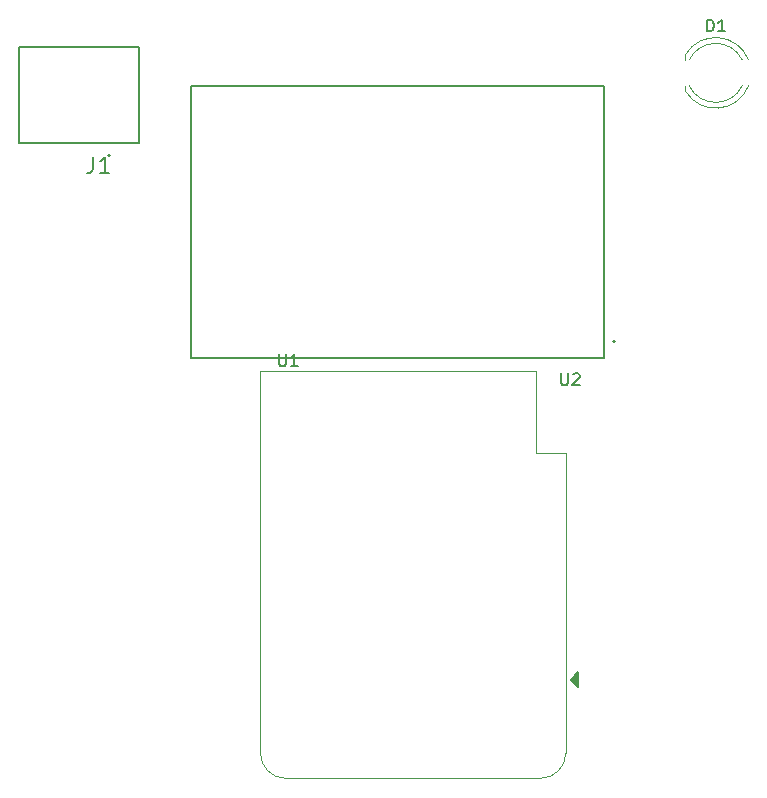
<source format=gbr>
%TF.GenerationSoftware,KiCad,Pcbnew,9.0.2*%
%TF.CreationDate,2025-06-18T12:47:49+02:00*%
%TF.ProjectId,cd30 Luftsensor Projekt ,63643330-204c-4756-9674-73656e736f72,rev?*%
%TF.SameCoordinates,Original*%
%TF.FileFunction,Legend,Top*%
%TF.FilePolarity,Positive*%
%FSLAX46Y46*%
G04 Gerber Fmt 4.6, Leading zero omitted, Abs format (unit mm)*
G04 Created by KiCad (PCBNEW 9.0.2) date 2025-06-18 12:47:49*
%MOMM*%
%LPD*%
G01*
G04 APERTURE LIST*
%ADD10C,0.150000*%
%ADD11C,0.127000*%
%ADD12C,0.200000*%
%ADD13C,0.120000*%
G04 APERTURE END LIST*
D10*
X163055595Y-75364819D02*
X163055595Y-76174342D01*
X163055595Y-76174342D02*
X163103214Y-76269580D01*
X163103214Y-76269580D02*
X163150833Y-76317200D01*
X163150833Y-76317200D02*
X163246071Y-76364819D01*
X163246071Y-76364819D02*
X163436547Y-76364819D01*
X163436547Y-76364819D02*
X163531785Y-76317200D01*
X163531785Y-76317200D02*
X163579404Y-76269580D01*
X163579404Y-76269580D02*
X163627023Y-76174342D01*
X163627023Y-76174342D02*
X163627023Y-75364819D01*
X164055595Y-75460057D02*
X164103214Y-75412438D01*
X164103214Y-75412438D02*
X164198452Y-75364819D01*
X164198452Y-75364819D02*
X164436547Y-75364819D01*
X164436547Y-75364819D02*
X164531785Y-75412438D01*
X164531785Y-75412438D02*
X164579404Y-75460057D01*
X164579404Y-75460057D02*
X164627023Y-75555295D01*
X164627023Y-75555295D02*
X164627023Y-75650533D01*
X164627023Y-75650533D02*
X164579404Y-75793390D01*
X164579404Y-75793390D02*
X164007976Y-76364819D01*
X164007976Y-76364819D02*
X164627023Y-76364819D01*
X139188095Y-73764819D02*
X139188095Y-74574342D01*
X139188095Y-74574342D02*
X139235714Y-74669580D01*
X139235714Y-74669580D02*
X139283333Y-74717200D01*
X139283333Y-74717200D02*
X139378571Y-74764819D01*
X139378571Y-74764819D02*
X139569047Y-74764819D01*
X139569047Y-74764819D02*
X139664285Y-74717200D01*
X139664285Y-74717200D02*
X139711904Y-74669580D01*
X139711904Y-74669580D02*
X139759523Y-74574342D01*
X139759523Y-74574342D02*
X139759523Y-73764819D01*
X140759523Y-74764819D02*
X140188095Y-74764819D01*
X140473809Y-74764819D02*
X140473809Y-73764819D01*
X140473809Y-73764819D02*
X140378571Y-73907676D01*
X140378571Y-73907676D02*
X140283333Y-74002914D01*
X140283333Y-74002914D02*
X140188095Y-74050533D01*
X123403333Y-57028866D02*
X123403333Y-58028866D01*
X123403333Y-58028866D02*
X123336666Y-58228866D01*
X123336666Y-58228866D02*
X123203333Y-58362200D01*
X123203333Y-58362200D02*
X123003333Y-58428866D01*
X123003333Y-58428866D02*
X122870000Y-58428866D01*
X124803333Y-58428866D02*
X124003333Y-58428866D01*
X124403333Y-58428866D02*
X124403333Y-57028866D01*
X124403333Y-57028866D02*
X124270000Y-57228866D01*
X124270000Y-57228866D02*
X124136667Y-57362200D01*
X124136667Y-57362200D02*
X124003333Y-57428866D01*
X175401905Y-46419819D02*
X175401905Y-45419819D01*
X175401905Y-45419819D02*
X175640000Y-45419819D01*
X175640000Y-45419819D02*
X175782857Y-45467438D01*
X175782857Y-45467438D02*
X175878095Y-45562676D01*
X175878095Y-45562676D02*
X175925714Y-45657914D01*
X175925714Y-45657914D02*
X175973333Y-45848390D01*
X175973333Y-45848390D02*
X175973333Y-45991247D01*
X175973333Y-45991247D02*
X175925714Y-46181723D01*
X175925714Y-46181723D02*
X175878095Y-46276961D01*
X175878095Y-46276961D02*
X175782857Y-46372200D01*
X175782857Y-46372200D02*
X175640000Y-46419819D01*
X175640000Y-46419819D02*
X175401905Y-46419819D01*
X176925714Y-46419819D02*
X176354286Y-46419819D01*
X176640000Y-46419819D02*
X176640000Y-45419819D01*
X176640000Y-45419819D02*
X176544762Y-45562676D01*
X176544762Y-45562676D02*
X176449524Y-45657914D01*
X176449524Y-45657914D02*
X176354286Y-45705533D01*
D11*
%TO.C,U2*%
X131712500Y-51075000D02*
X166712500Y-51075000D01*
X131712500Y-74075000D02*
X131712500Y-51075000D01*
X166712500Y-51075000D02*
X166712500Y-74075000D01*
X166712500Y-74075000D02*
X131712500Y-74075000D01*
D12*
X167612500Y-72675000D02*
G75*
G02*
X167412500Y-72675000I-100000J0D01*
G01*
X167412500Y-72675000D02*
G75*
G02*
X167612500Y-72675000I100000J0D01*
G01*
D13*
%TO.C,U1*%
X137590000Y-75190000D02*
X137590000Y-107520000D01*
X139710000Y-109650000D02*
X161320000Y-109650000D01*
X160910000Y-75190000D02*
X137590000Y-75190000D01*
X160910000Y-82090000D02*
X160910000Y-75190000D01*
X163450000Y-82090000D02*
X160910000Y-82090000D01*
X163450000Y-82090000D02*
X163450000Y-107520000D01*
X139720000Y-109650000D02*
G75*
G02*
X137590000Y-107520000I0J2130000D01*
G01*
X163450000Y-107520000D02*
G75*
G02*
X161320000Y-109650000I-2130002J2D01*
G01*
D10*
X164490000Y-101945000D02*
X163855000Y-101310000D01*
X164490000Y-100675000D01*
X164490000Y-101945000D01*
G36*
X164490000Y-101945000D02*
G01*
X163855000Y-101310000D01*
X164490000Y-100675000D01*
X164490000Y-101945000D01*
G37*
D11*
%TO.C,J1*%
X117155000Y-47700000D02*
X127315000Y-47700000D01*
X117155000Y-55900000D02*
X117155000Y-47700000D01*
X127315000Y-47700000D02*
X127315000Y-55900000D01*
X127315000Y-55900000D02*
X117155000Y-55900000D01*
D12*
X124875000Y-56900000D02*
G75*
G02*
X124675000Y-56900000I-100000J0D01*
G01*
X124675000Y-56900000D02*
G75*
G02*
X124875000Y-56900000I100000J0D01*
G01*
D13*
%TO.C,D1*%
X173580000Y-48380000D02*
X173580000Y-48845000D01*
X173580000Y-51005000D02*
X173580000Y-51470000D01*
X173580000Y-48380170D02*
G75*
G02*
X178928136Y-48845000I2560000J-1544830D01*
G01*
X173885316Y-48845000D02*
G75*
G02*
X178394684Y-48845000I2254684J-1080000D01*
G01*
X178394684Y-51005000D02*
G75*
G02*
X173885316Y-51005000I-2254684J1080000D01*
G01*
X178928136Y-51005000D02*
G75*
G02*
X173580000Y-51469830I-2788136J1080000D01*
G01*
%TD*%
M02*

</source>
